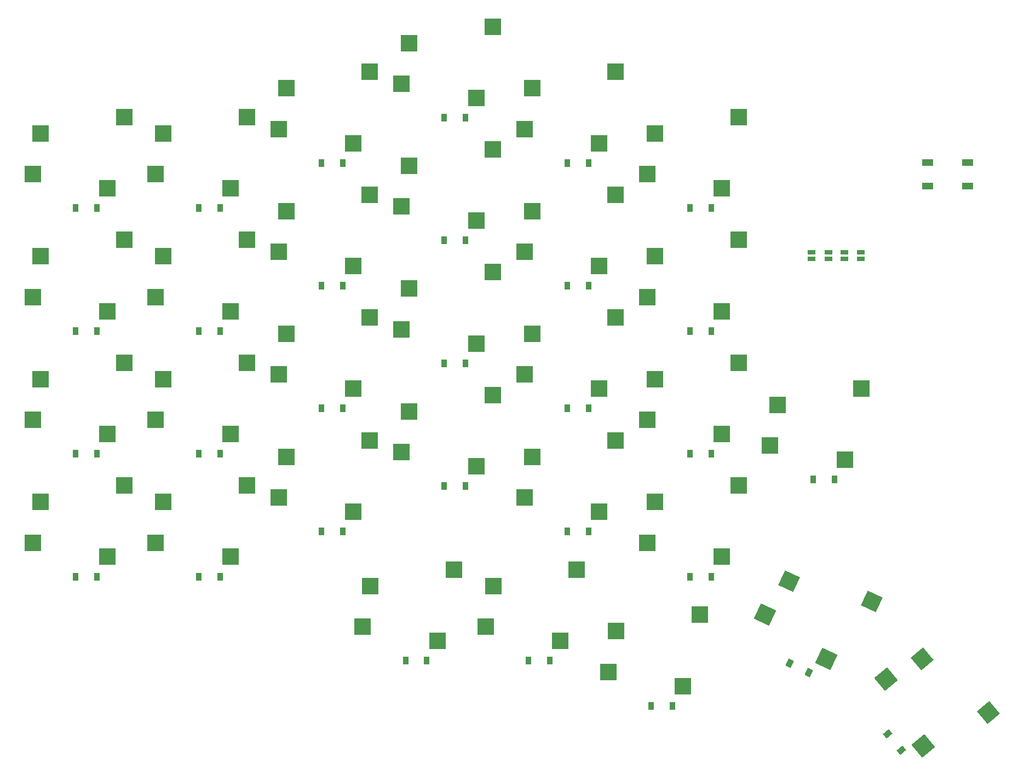
<source format=gbr>
%TF.GenerationSoftware,KiCad,Pcbnew,(6.0.10)*%
%TF.CreationDate,2023-02-13T20:56:48+01:00*%
%TF.ProjectId,insequor58_Moon60NOi2c,696e7365-7175-46f7-9235-38484d6f6f6e,v1.0.0*%
%TF.SameCoordinates,Original*%
%TF.FileFunction,Paste,Bot*%
%TF.FilePolarity,Positive*%
%FSLAX46Y46*%
G04 Gerber Fmt 4.6, Leading zero omitted, Abs format (unit mm)*
G04 Created by KiCad (PCBNEW (6.0.10)) date 2023-02-13 20:56:48*
%MOMM*%
%LPD*%
G01*
G04 APERTURE LIST*
G04 Aperture macros list*
%AMRotRect*
0 Rectangle, with rotation*
0 The origin of the aperture is its center*
0 $1 length*
0 $2 width*
0 $3 Rotation angle, in degrees counterclockwise*
0 Add horizontal line*
21,1,$1,$2,0,0,$3*%
G04 Aperture macros list end*
%ADD10R,2.550000X2.500000*%
%ADD11R,2.600000X2.600000*%
%ADD12RotRect,0.900000X1.200000X130.000000*%
%ADD13RotRect,2.600000X2.600000X155.000000*%
%ADD14RotRect,2.600000X2.600000X130.000000*%
%ADD15RotRect,0.900000X1.200000X155.000000*%
%ADD16RotRect,2.550000X2.500000X155.000000*%
%ADD17RotRect,2.550000X2.500000X130.000000*%
%ADD18R,0.900000X1.200000*%
%ADD19R,1.143000X0.635000*%
%ADD20R,1.800000X1.100000*%
G04 APERTURE END LIST*
D10*
%TO.C,S20*%
X161875000Y-133900000D03*
X174802000Y-131360000D03*
%TD*%
%TO.C,S30*%
X180875000Y-107900000D03*
X193802000Y-105360000D03*
%TD*%
%TO.C,S14*%
X142875000Y-121900000D03*
X155802000Y-119360000D03*
%TD*%
D11*
%TO.C,S1*%
X134235000Y-168390000D03*
X122685000Y-166190000D03*
%TD*%
%TO.C,S43*%
X229235000Y-149390000D03*
X217685000Y-147190000D03*
%TD*%
D10*
%TO.C,S2*%
X123875000Y-159900000D03*
X136802000Y-157360000D03*
%TD*%
D11*
%TO.C,S13*%
X153235000Y-130390000D03*
X141685000Y-128190000D03*
%TD*%
D10*
%TO.C,S32*%
X180875000Y-88900000D03*
X193802000Y-86360000D03*
%TD*%
%TO.C,S10*%
X142875000Y-159900000D03*
X155802000Y-157360000D03*
%TD*%
%TO.C,S40*%
X199875000Y-95900000D03*
X212802000Y-93360000D03*
%TD*%
%TO.C,S16*%
X142875000Y-102900000D03*
X155802000Y-100360000D03*
%TD*%
D12*
%TO.C,D30*%
X256951880Y-198318202D03*
X254830680Y-195790256D03*
%TD*%
D11*
%TO.C,S31*%
X191235000Y-97390000D03*
X179685000Y-95190000D03*
%TD*%
D10*
%TO.C,S22*%
X161875000Y-114900000D03*
X174802000Y-112360000D03*
%TD*%
D11*
%TO.C,S27*%
X191235000Y-135390000D03*
X179685000Y-133190000D03*
%TD*%
D10*
%TO.C,S34*%
X199875000Y-152900000D03*
X212802000Y-150360000D03*
%TD*%
D11*
%TO.C,S29*%
X191235000Y-116390000D03*
X179685000Y-114190000D03*
%TD*%
%TO.C,S55*%
X248235000Y-153390000D03*
X236685000Y-151190000D03*
%TD*%
%TO.C,S5*%
X134235000Y-130390000D03*
X122685000Y-128190000D03*
%TD*%
D13*
%TO.C,S57*%
X245413579Y-184216606D03*
X235875485Y-177341488D03*
%TD*%
D11*
%TO.C,S15*%
X153235000Y-111390000D03*
X141685000Y-109190000D03*
%TD*%
%TO.C,S21*%
X172235000Y-123390000D03*
X160685000Y-121190000D03*
%TD*%
%TO.C,S47*%
X229235000Y-111390000D03*
X217685000Y-109190000D03*
%TD*%
D10*
%TO.C,S42*%
X218875000Y-159900000D03*
X231802000Y-157360000D03*
%TD*%
%TO.C,S6*%
X123875000Y-121900000D03*
X136802000Y-119360000D03*
%TD*%
D11*
%TO.C,S49*%
X185235000Y-181390000D03*
X173685000Y-179190000D03*
%TD*%
%TO.C,S23*%
X172235000Y-104390000D03*
X160685000Y-102190000D03*
%TD*%
D10*
%TO.C,S18*%
X161875000Y-152900000D03*
X174802000Y-150360000D03*
%TD*%
D11*
%TO.C,S45*%
X229235000Y-130390000D03*
X217685000Y-128190000D03*
%TD*%
%TO.C,S33*%
X210235000Y-161390000D03*
X198685000Y-159190000D03*
%TD*%
%TO.C,S37*%
X210235000Y-123390000D03*
X198685000Y-121190000D03*
%TD*%
%TO.C,S7*%
X134235000Y-111390000D03*
X122685000Y-109190000D03*
%TD*%
D10*
%TO.C,S48*%
X218875000Y-102900000D03*
X231802000Y-100360000D03*
%TD*%
%TO.C,S44*%
X218875000Y-140900000D03*
X231802000Y-138360000D03*
%TD*%
%TO.C,S50*%
X174875000Y-172900000D03*
X187802000Y-170360000D03*
%TD*%
D11*
%TO.C,S11*%
X153235000Y-149390000D03*
X141685000Y-147190000D03*
%TD*%
D10*
%TO.C,S24*%
X161875000Y-95900000D03*
X174802000Y-93360000D03*
%TD*%
D11*
%TO.C,S35*%
X210235000Y-142390000D03*
X198685000Y-140190000D03*
%TD*%
D14*
%TO.C,S59*%
X260332845Y-197602523D03*
X254593946Y-187340577D03*
%TD*%
D11*
%TO.C,S17*%
X172235000Y-161390000D03*
X160685000Y-159190000D03*
%TD*%
D10*
%TO.C,S38*%
X199875000Y-114900000D03*
X212802000Y-112360000D03*
%TD*%
D11*
%TO.C,S19*%
X172235000Y-142390000D03*
X160685000Y-140190000D03*
%TD*%
D15*
%TO.C,D29*%
X242651844Y-186294090D03*
X239661028Y-184899450D03*
%TD*%
D10*
%TO.C,S54*%
X212875000Y-179900000D03*
X225802000Y-177360000D03*
%TD*%
%TO.C,S46*%
X218875000Y-121900000D03*
X231802000Y-119360000D03*
%TD*%
%TO.C,S8*%
X123875000Y-102900000D03*
X136802000Y-100360000D03*
%TD*%
%TO.C,S28*%
X180875000Y-126900000D03*
X193802000Y-124360000D03*
%TD*%
%TO.C,S56*%
X237875000Y-144900000D03*
X250802000Y-142360000D03*
%TD*%
D11*
%TO.C,S41*%
X229235000Y-168390000D03*
X217685000Y-166190000D03*
%TD*%
D10*
%TO.C,S12*%
X142875000Y-140900000D03*
X155802000Y-138360000D03*
%TD*%
D11*
%TO.C,S39*%
X210235000Y-104390000D03*
X198685000Y-102190000D03*
%TD*%
D10*
%TO.C,S36*%
X199875000Y-133900000D03*
X212802000Y-131360000D03*
%TD*%
D11*
%TO.C,S3*%
X134235000Y-149390000D03*
X122685000Y-147190000D03*
%TD*%
D10*
%TO.C,S26*%
X180875000Y-145900000D03*
X193802000Y-143360000D03*
%TD*%
D16*
%TO.C,S58*%
X239612260Y-172143728D03*
X252401551Y-175304892D03*
%TD*%
D11*
%TO.C,S25*%
X191235000Y-154390000D03*
X179685000Y-152190000D03*
%TD*%
%TO.C,S51*%
X204235000Y-181390000D03*
X192685000Y-179190000D03*
%TD*%
%TO.C,S53*%
X223235000Y-188390000D03*
X211685000Y-186190000D03*
%TD*%
%TO.C,S9*%
X153235000Y-168390000D03*
X141685000Y-166190000D03*
%TD*%
D10*
%TO.C,S4*%
X123875000Y-140900000D03*
X136802000Y-138360000D03*
%TD*%
%TO.C,S52*%
X193875000Y-172900000D03*
X206802000Y-170360000D03*
%TD*%
D17*
%TO.C,S60*%
X260177283Y-184209036D03*
X270432351Y-192479012D03*
%TD*%
D18*
%TO.C,D22*%
X227610000Y-152440000D03*
X224310000Y-152440000D03*
%TD*%
%TO.C,D18*%
X208610000Y-145440000D03*
X205310000Y-145440000D03*
%TD*%
%TO.C,D8*%
X151610000Y-114440000D03*
X148310000Y-114440000D03*
%TD*%
%TO.C,D3*%
X132610000Y-133440000D03*
X129310000Y-133440000D03*
%TD*%
%TO.C,D25*%
X183610000Y-184440000D03*
X180310000Y-184440000D03*
%TD*%
D19*
%TO.C,JP4*%
X250709085Y-122269820D03*
X250709085Y-121269060D03*
%TD*%
D18*
%TO.C,D17*%
X208610000Y-164440000D03*
X205310000Y-164440000D03*
%TD*%
%TO.C,D27*%
X221610000Y-191440000D03*
X218310000Y-191440000D03*
%TD*%
%TO.C,D2*%
X132610000Y-152440000D03*
X129310000Y-152440000D03*
%TD*%
D19*
%TO.C,JP2*%
X245708849Y-122269491D03*
X245708849Y-121268731D03*
%TD*%
D20*
%TO.C,B1*%
X267260000Y-111070000D03*
X261060000Y-111070000D03*
X267260000Y-107370000D03*
X261060000Y-107370000D03*
%TD*%
D18*
%TO.C,D5*%
X151610000Y-171440000D03*
X148310000Y-171440000D03*
%TD*%
%TO.C,D20*%
X208610000Y-107440000D03*
X205310000Y-107440000D03*
%TD*%
D19*
%TO.C,JP3*%
X248208849Y-122269491D03*
X248208849Y-121268731D03*
%TD*%
D18*
%TO.C,D19*%
X208610000Y-126440000D03*
X205310000Y-126440000D03*
%TD*%
%TO.C,D7*%
X151610000Y-133440000D03*
X148310000Y-133440000D03*
%TD*%
%TO.C,D24*%
X227610000Y-114440000D03*
X224310000Y-114440000D03*
%TD*%
%TO.C,D6*%
X151610000Y-152440000D03*
X148310000Y-152440000D03*
%TD*%
%TO.C,D4*%
X132610000Y-114440000D03*
X129310000Y-114440000D03*
%TD*%
%TO.C,D23*%
X227610000Y-133440000D03*
X224310000Y-133440000D03*
%TD*%
%TO.C,D11*%
X170610000Y-126440000D03*
X167310000Y-126440000D03*
%TD*%
%TO.C,D21*%
X227610000Y-171440000D03*
X224310000Y-171440000D03*
%TD*%
%TO.C,D10*%
X170610000Y-145440000D03*
X167310000Y-145440000D03*
%TD*%
%TO.C,D1*%
X132610000Y-171440000D03*
X129310000Y-171440000D03*
%TD*%
%TO.C,D12*%
X170610000Y-107440000D03*
X167310000Y-107440000D03*
%TD*%
%TO.C,D9*%
X170610000Y-164440000D03*
X167310000Y-164440000D03*
%TD*%
%TO.C,D13*%
X189610000Y-157440000D03*
X186310000Y-157440000D03*
%TD*%
%TO.C,D26*%
X202610000Y-184440000D03*
X199310000Y-184440000D03*
%TD*%
D19*
%TO.C,JP1*%
X243108849Y-122269491D03*
X243108849Y-121268731D03*
%TD*%
D18*
%TO.C,D15*%
X189610000Y-119440000D03*
X186310000Y-119440000D03*
%TD*%
%TO.C,D28*%
X246610000Y-156440000D03*
X243310000Y-156440000D03*
%TD*%
%TO.C,D14*%
X189610000Y-138440000D03*
X186310000Y-138440000D03*
%TD*%
%TO.C,D16*%
X189610000Y-100440000D03*
X186310000Y-100440000D03*
%TD*%
M02*

</source>
